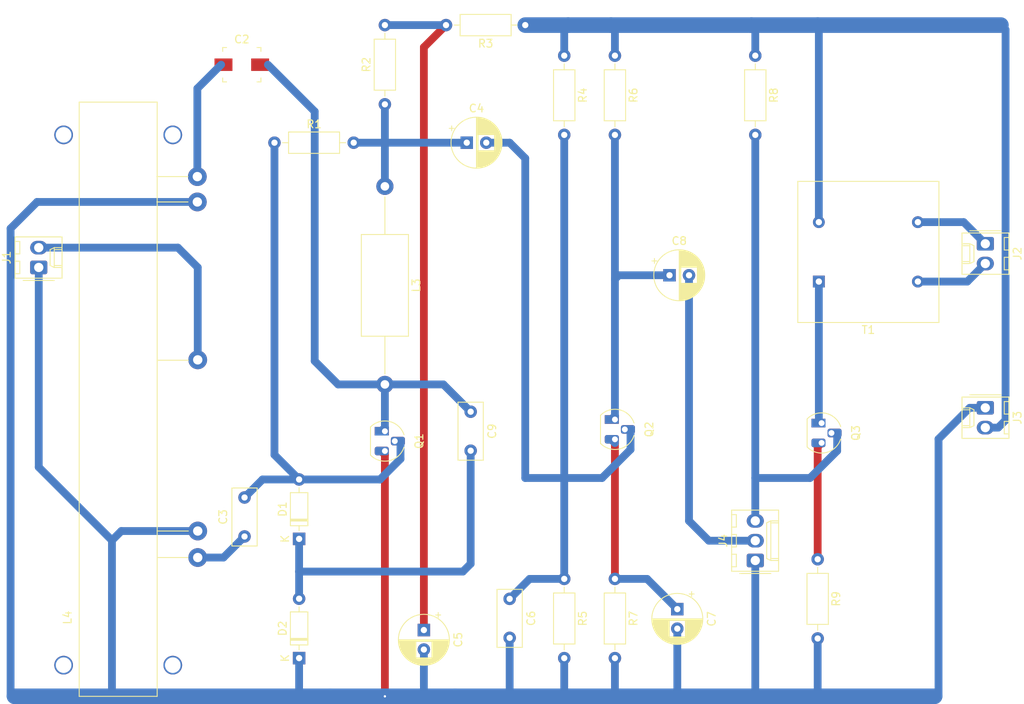
<source format=kicad_pcb>
(kicad_pcb (version 20241229) (generator "pcbnew") (generator_version "9.0")
  (layers (0 "F.Cu" signal) (2 "B.Cu" signal) (13 "F.Paste" user) (15 "B.Paste" user) (5 "F.SilkS" user "F.Silkscreen") (7 "B.SilkS" user "B.Silkscreen") (1 "F.Mask" user) (3 "B.Mask" user) (25 "Edge.Cuts" user))
  (net 0 "")
  (net 1 "Net-(Q1-C)")
  (net 2 "Net-(C2-Pad1)")
  (net 3 "Net-(D1-A)")
  (net 4 "Net-(C3-Pad1)")
  (net 5 "Net-(C4-Pad1)")
  (net 6 "Net-(Q2-B)")
  (net 7 "Net-(C5-Pad1)")
  (net 8 "Net-(Q2-E)")
  (net 9 "Net-(Q2-C)")
  (net 10 "Net-(D1-K)")
  (net 11 "Net-(J1-Pin_2)")
  (net 12 "Net-(J2-Pin_2)")
  (net 13 "Net-(J2-Pin_1)")
  (net 14 "Net-(J3-Pin_2)")
  (net 15 "Net-(Q3-C)")
  (net 16 "Net-(Q3-E)")
  (net 17 "Net-(J4-Pin_2)")
  (net 18 "Net-(J4-Pin_3)")
  (net 19 "GND")
  (footprint "Resistor_THT:R_Axial_DIN0207_L6.3mm_D2.5mm_P10.16mm_Horizontal" (layer "F.Cu") (at 55.84 53)
    (property "Reference" "R1" (at 5.08 -2.37 0) (layer "F.SilkS"))
    (property "Value" "2M2")
    (pad "1" thru_hole circle (at 0 0) (size 1.6 1.6) (drill 0.8) (layers "*.Cu" "*.Mask") (net 3 "Net-(D1-A)"))
    (pad "2" thru_hole oval (at 10.16 0) (size 1.6 1.6) (drill 0.8) (layers "*.Cu" "*.Mask") (net 5 "Net-(C4-Pad1)"))
  )
  (footprint "Resistor_THT:R_Axial_DIN0207_L6.3mm_D2.5mm_P10.16mm_Horizontal" (layer "F.Cu") (at 117.5 41.84 -90)
    (property "Reference" "R8" (at 5.08 -2.37 90) (layer "F.SilkS"))
    (property "Value" "47K")
    (pad "1" thru_hole circle (at 0 0 270) (size 1.6 1.6) (drill 0.8) (layers "*.Cu" "*.Mask") (net 14 "Net-(J3-Pin_2)"))
    (pad "2" thru_hole oval (at 10.16 0 270) (size 1.6 1.6) (drill 0.8) (layers "*.Cu" "*.Mask") (net 18 "Net-(J4-Pin_3)"))
  )
  (footprint "Capacitor_THT:CP_Radial_D6.3mm_P2.50mm" (layer "F.Cu") (at 80.5 53)
    (property "Reference" "C4" (at 1.25 -4.4 0) (layer "F.SilkS"))
    (property "Value" "10uF")
    (pad "1" thru_hole rect (at 0 0) (size 1.6 1.6) (drill 0.8) (layers "*.Cu" "*.Mask") (net 5 "Net-(C4-Pad1)"))
    (pad "2" thru_hole circle (at 2.5 0) (size 1.6 1.6) (drill 0.8) (layers "*.Cu" "*.Mask") (net 6 "Net-(Q2-B)"))
  )
  (footprint "Connector_Molex:Molex_KK-254_AE-6410-02A_1x02_P2.54mm_Vertical" (layer "F.Cu") (at 25.61 69 90)
    (property "Reference" "J1" (at 1.27 -4.12 90) (layer "F.SilkS"))
    (property "Value" "Conn_01x02_Pin")
    (pad "1" thru_hole roundrect (at 0 0 90) (size 1.74 2.19) (drill 1.19) (layers "*.Cu" "*.Mask") (roundrect_rratio 0.143678) (net 19 "GND"))
    (pad "2" thru_hole oval (at 2.54 0 90) (size 1.74 2.19) (drill 1.19) (layers "*.Cu" "*.Mask") (net 11 "Net-(J1-Pin_2)"))
  )
  (footprint "Package_TO_SOT_THT:TO-92_HandSolder" (layer "F.Cu") (at 70 90 -90)
    (property "Reference" "Q1" (at 1.27 -4.4 270) (layer "F.SilkS"))
    (property "Value" "BC547")
    (pad "1" thru_hole rect (at 0 0 270) (size 1.1 1.8) (drill 0.75 (offset 0 0.4)) (layers "*.Cu" "*.Mask") (net 1 "Net-(Q1-C)"))
    (pad "2" thru_hole roundrect (at 1.27 -1.27 270) (size 1.1 1.8) (drill 0.75 (offset 0 -0.4)) (layers "*.Cu" "*.Mask") (net 3 "Net-(D1-A)"))
    (pad "3" thru_hole roundrect (at 2.54 0 270) (size 1.1 1.8) (drill 0.75 (offset 0 0.4)) (layers "*.Cu" "*.Mask") (net 19 "GND"))
  )
  (footprint "Capacitor_THT:C_Rect_L7.2mm_W3.0mm_P5.00mm_FKS2_FKP2_MKS2_MKP2" (layer "F.Cu") (at 81 87.5 -90)
    (property "Reference" "C9" (at 2.5 -2.75 90) (layer "F.SilkS"))
    (property "Value" "500pF")
    (pad "1" thru_hole circle (at 0 0 270) (size 1.6 1.6) (drill 0.8) (layers "*.Cu" "*.Mask") (net 1 "Net-(Q1-C)"))
    (pad "2" thru_hole circle (at 5 0 270) (size 1.6 1.6) (drill 0.8) (layers "*.Cu" "*.Mask") (net 10 "Net-(D1-K)"))
  )
  (footprint "Package_TO_SOT_THT:TO-92_HandSolder" (layer "F.Cu") (at 126 88.96 -90)
    (property "Reference" "Q3" (at 1.27 -4.4 90) (layer "F.SilkS"))
    (property "Value" "BC337")
    (pad "1" thru_hole rect (at 0 0 270) (size 1.1 1.8) (drill 0.75 (offset 0 0.4)) (layers "*.Cu" "*.Mask") (net 15 "Net-(Q3-C)"))
    (pad "2" thru_hole roundrect (at 1.27 -1.27 270) (size 1.1 1.8) (drill 0.75 (offset 0 -0.4)) (layers "*.Cu" "*.Mask") (net 18 "Net-(J4-Pin_3)"))
    (pad "3" thru_hole roundrect (at 2.54 0 270) (size 1.1 1.8) (drill 0.75 (offset 0 0.4)) (layers "*.Cu" "*.Mask") (net 16 "Net-(Q3-E)"))
  )
  (footprint "Capacitor_THT:CP_Radial_D6.3mm_P2.50mm" (layer "F.Cu") (at 75 115.5 -90)
    (property "Reference" "C5" (at 1.25 -4.4 90) (layer "F.SilkS"))
    (property "Value" "100uF")
    (pad "1" thru_hole rect (at 0 0 270) (size 1.6 1.6) (drill 0.8) (layers "*.Cu" "*.Mask") (net 7 "Net-(C5-Pad1)"))
    (pad "2" thru_hole circle (at 2.5 0 270) (size 1.6 1.6) (drill 0.8) (layers "*.Cu" "*.Mask") (net 19 "GND"))
  )
  (footprint "Resistor_THT:R_Axial_DIN0207_L6.3mm_D2.5mm_P10.16mm_Horizontal" (layer "F.Cu") (at 99.5 41.84 -90)
    (property "Reference" "R6" (at 5.08 -2.37 90) (layer "F.SilkS"))
    (property "Value" "3K3")
    (pad "1" thru_hole circle (at 0 0 270) (size 1.6 1.6) (drill 0.8) (layers "*.Cu" "*.Mask") (net 14 "Net-(J3-Pin_2)"))
    (pad "2" thru_hole oval (at 10.16 0 270) (size 1.6 1.6) (drill 0.8) (layers "*.Cu" "*.Mask") (net 9 "Net-(Q2-C)"))
  )
  (footprint "Resistor_THT:R_Axial_DIN0207_L6.3mm_D2.5mm_P10.16mm_Horizontal" (layer "F.Cu") (at 99.5 108.94 -90)
    (property "Reference" "R7" (at 5.08 -2.37 90) (layer "F.SilkS"))
    (property "Value" "1K")
    (pad "1" thru_hole circle (at 0 0 270) (size 1.6 1.6) (drill 0.8) (layers "*.Cu" "*.Mask") (net 8 "Net-(Q2-E)"))
    (pad "2" thru_hole oval (at 10.16 0 270) (size 1.6 1.6) (drill 0.8) (layers "*.Cu" "*.Mask") (net 19 "GND"))
  )
  (footprint "Resistor_THT:R_Axial_DIN0207_L6.3mm_D2.5mm_P10.16mm_Horizontal" (layer "F.Cu") (at 70 48.08 90)
    (property "Reference" "R2" (at 5.08 -2.37 90) (layer "F.SilkS"))
    (property "Value" "6K8")
    (pad "1" thru_hole circle (at 0 0 90) (size 1.6 1.6) (drill 0.8) (layers "*.Cu" "*.Mask") (net 5 "Net-(C4-Pad1)"))
    (pad "2" thru_hole oval (at 10.16 0 90) (size 1.6 1.6) (drill 0.8) (layers "*.Cu" "*.Mask") (net 7 "Net-(C5-Pad1)"))
  )
  (footprint "Connector_Molex:Molex_KK-254_AE-6410-02A_1x02_P2.54mm_Vertical" (layer "F.Cu") (at 147 65.96 -90)
    (property "Reference" "J2" (at 1.27 -4.12 90) (layer "F.SilkS"))
    (property "Value" "Conn_01x02_Pin")
    (pad "1" thru_hole roundrect (at 0 0 270) (size 1.74 2.19) (drill 1.19) (layers "*.Cu" "*.Mask") (roundrect_rratio 0.143678) (net 13 "Net-(J2-Pin_1)"))
    (pad "2" thru_hole oval (at 2.54 0 270) (size 1.74 2.19) (drill 1.19) (layers "*.Cu" "*.Mask") (net 12 "Net-(J2-Pin_2)"))
  )
  (footprint "Resistor_THT:R_Axial_DIN0207_L6.3mm_D2.5mm_P10.16mm_Horizontal" (layer "F.Cu") (at 125.5 106.42 -90)
    (property "Reference" "R9" (at 5.08 -2.37 90) (layer "F.SilkS"))
    (property "Value" "12R")
    (pad "1" thru_hole circle (at 0 0 270) (size 1.6 1.6) (drill 0.8) (layers "*.Cu" "*.Mask") (net 16 "Net-(Q3-E)"))
    (pad "2" thru_hole oval (at 10.16 0 270) (size 1.6 1.6) (drill 0.8) (layers "*.Cu" "*.Mask") (net 19 "GND"))
  )
  (footprint "ACRM:FerriteRod_L76.2mm_D10.0mm Tapped_25mm Untapped 10mm" (layer "F.Cu") (at 35.8 124 90)
    (property "Reference" "L4" (at 10.1 -6.5 90) (layer "F.SilkS"))
    (property "Value" "L_Ferrite_Dual_tapped_untapped")
    (pad "" np_thru_hole circle (at 4 -7 90) (size 2.4 2.4) (drill 2) (layers "*.Cu"))
    (pad "" np_thru_hole circle (at 4 7 90) (size 2.4 2.4) (drill 2) (layers "*.Cu"))
    (pad "" np_thru_hole circle (at 72 -7 90) (size 2.4 2.4) (drill 2) (layers "*.Cu"))
    (pad "" np_thru_hole circle (at 72 7 90) (size 2.4 2.4) (drill 2) (layers "*.Cu"))
    (pad "1" thru_hole circle (at 17.8 10.2 90) (size 2.4 2.4) (drill 1.2) (layers "*.Cu" "*.Mask") (net 4 "Net-(C3-Pad1)"))
    (pad "2" thru_hole oval (at 21.2 10.2 90) (size 2.4 2.4) (drill 1.2) (layers "*.Cu" "*.Mask") (net 19 "GND"))
    (pad "3" thru_hole oval (at 43.15 10.2 90) (size 2.4 2.4) (drill 1.2) (layers "*.Cu" "*.Mask") (net 11 "Net-(J1-Pin_2)"))
    (pad "4" thru_hole oval (at 63.4 10.15 90) (size 2.4 2.4) (drill 1.2) (layers "*.Cu" "*.Mask") (net 19 "GND"))
    (pad "5" thru_hole oval (at 66.65 10.15 90) (size 2.4 2.4) (drill 1.2) (layers "*.Cu" "*.Mask") (net 2 "Net-(C2-Pad1)"))
  )
  (footprint "ACRM:Transformer_LT722" (layer "F.Cu") (at 125.65 70.81 180)
    (property "Reference" "T1" (at -6.35 -6.2 0) (layer "F.SilkS"))
    (property "Value" "LT700")
    (pad "1" thru_hole rect (at 0 0 180) (size 1.52 1.52) (drill 0.81) (layers "*.Cu" "*.Mask") (net 15 "Net-(Q3-C)"))
    (pad "2" thru_hole circle (at 0 7.62 180) (size 1.52 1.52) (drill 0.81) (layers "*.Cu" "*.Mask") (net 14 "Net-(J3-Pin_2)"))
    (pad "3" thru_hole circle (at -12.7 7.62 180) (size 1.52 1.52) (drill 0.81) (layers "*.Cu" "*.Mask") (net 13 "Net-(J2-Pin_1)"))
    (pad "4" thru_hole circle (at -12.7 0 180) (size 1.52 1.52) (drill 0.81) (layers "*.Cu" "*.Mask") (net 12 "Net-(J2-Pin_2)"))
  )
  (footprint "Inductor_THT:L_Axial_L12.8mm_D5.8mm_P25.40mm_Horizontal_Fastron_HBCC" (layer "F.Cu") (at 70 58.6 -90)
    (property "Reference" "L3" (at 12.7 -4.02 90) (layer "F.SilkS"))
    (property "Value" "2.2mH")
    (pad "1" thru_hole circle (at 0 0 270) (size 2.2 2.2) (drill 1.1) (layers "*.Cu" "*.Mask") (net 5 "Net-(C4-Pad1)"))
    (pad "2" thru_hole oval (at 25.4 0 270) (size 2.2 2.2) (drill 1.1) (layers "*.Cu" "*.Mask") (net 1 "Net-(Q1-C)"))
  )
  (footprint "Connector_Molex:Molex_KK-254_AE-6410-02A_1x02_P2.54mm_Vertical" (layer "F.Cu") (at 147 87 -90)
    (property "Reference" "J3" (at 1.27 -4.12 90) (layer "F.SilkS"))
    (property "Value" "Conn_01x02_Pin")
    (pad "1" thru_hole roundrect (at 0 0 270) (size 1.74 2.19) (drill 1.19) (layers "*.Cu" "*.Mask") (roundrect_rratio 0.143678) (net 19 "GND"))
    (pad "2" thru_hole oval (at 2.54 0 270) (size 1.74 2.19) (drill 1.19) (layers "*.Cu" "*.Mask") (net 14 "Net-(J3-Pin_2)"))
  )
  (footprint "Diode_THT:D_DO-35_SOD27_P7.62mm_Horizontal" (layer "F.Cu") (at 59 119.1 90)
    (property "Reference" "D2" (at 3.81 -2.12 90) (layer "F.SilkS"))
    (property "Value" "1N4148")
    (fp_text user "K" (at 0 -1.8 90) (layer "F.SilkS"))
    (pad "1" thru_hole rect (at 0 0 90) (size 1.6 1.6) (drill 0.8) (layers "*.Cu" "*.Mask") (net 19 "GND"))
    (pad "2" thru_hole oval (at 7.62 0 90) (size 1.6 1.6) (drill 0.8) (layers "*.Cu" "*.Mask") (net 10 "Net-(D1-K)"))
  )
  (footprint "Capacitor_THT:C_Rect_L7.2mm_W3.0mm_P5.00mm_FKS2_FKP2_MKS2_MKP2" (layer "F.Cu") (at 86 111.5 -90)
    (property "Reference" "C6" (at 2.5 -2.75 90) (layer "F.SilkS"))
    (property "Value" "10nF")
    (pad "1" thru_hole circle (at 0 0 270) (size 1.6 1.6) (drill 0.8) (layers "*.Cu" "*.Mask") (net 6 "Net-(Q2-B)"))
    (pad "2" thru_hole circle (at 5 0 270) (size 1.6 1.6) (drill 0.8) (layers "*.Cu" "*.Mask") (net 19 "GND"))
  )
  (footprint "Resistor_THT:R_Axial_DIN0207_L6.3mm_D2.5mm_P10.16mm_Horizontal" (layer "F.Cu") (at 93 41.84 -90)
    (property "Reference" "R4" (at 5.08 -2.37 90) (layer "F.SilkS"))
    (property "Value" "47K")
    (pad "1" thru_hole circle (at 0 0 270) (size 1.6 1.6) (drill 0.8) (layers "*.Cu" "*.Mask") (net 14 "Net-(J3-Pin_2)"))
    (pad "2" thru_hole oval (at 10.16 0 270) (size 1.6 1.6) (drill 0.8) (layers "*.Cu" "*.Mask") (net 6 "Net-(Q2-B)"))
  )
  (footprint "Resistor_THT:R_Axial_DIN0207_L6.3mm_D2.5mm_P10.16mm_Horizontal" (layer "F.Cu") (at 88 37.92 180)
    (property "Reference" "R3" (at 5.08 -2.37 0) (layer "F.SilkS"))
    (property "Value" "22K")
    (pad "1" thru_hole circle (at 0 0 180) (size 1.6 1.6) (drill 0.8) (layers "*.Cu" "*.Mask") (net 14 "Net-(J3-Pin_2)"))
    (pad "2" thru_hole oval (at 10.16 0 180) (size 1.6 1.6) (drill 0.8) (layers "*.Cu" "*.Mask") (net 7 "Net-(C5-Pad1)"))
  )
  (footprint "Resistor_THT:R_Axial_DIN0207_L6.3mm_D2.5mm_P10.16mm_Horizontal" (layer "F.Cu") (at 93 108.94 -90)
    (property "Reference" "R5" (at 5.08 -2.37 90) (layer "F.SilkS"))
    (property "Value" "12K")
    (pad "1" thru_hole circle (at 0 0 270) (size 1.6 1.6) (drill 0.8) (layers "*.Cu" "*.Mask") (net 6 "Net-(Q2-B)"))
    (pad "2" thru_hole oval (at 10.16 0 270) (size 1.6 1.6) (drill 0.8) (layers "*.Cu" "*.Mask") (net 19 "GND"))
  )
  (footprint "Diode_THT:D_DO-35_SOD27_P7.62mm_Horizontal" (layer "F.Cu") (at 59 103.81 90)
    (property "Reference" "D1" (at 3.81 -2.12 90) (layer "F.SilkS"))
    (property "Value" "1N4148")
    (fp_text user "K" (at 0 -1.8 90) (layer "F.SilkS"))
    (pad "1" thru_hole rect (at 0 0 90) (size 1.6 1.6) (drill 0.8) (layers "*.Cu" "*.Mask") (net 10 "Net-(D1-K)"))
    (pad "2" thru_hole oval (at 7.62 0 90) (size 1.6 1.6) (drill 0.8) (layers "*.Cu" "*.Mask") (net 3 "Net-(D1-A)"))
  )
  (footprint "Package_TO_SOT_THT:TO-92_HandSolder" (layer "F.Cu") (at 99.5 88.5 -90)
    (property "Reference" "Q2" (at 1.27 -4.4 270) (layer "F.SilkS"))
    (property "Value" "BC337")
    (pad "1" thru_hole rect (at 0 0 270) (size 1.1 1.8) (drill 0.75 (offset 0 0.4)) (layers "*.Cu" "*.Mask") (net 9 "Net-(Q2-C)"))
    (pad "2" thru_hole roundrect (at 1.27 -1.27 270) (size 1.1 1.8) (drill 0.75 (offset 0 -0.4)) (layers "*.Cu" "*.Mask") (net 6 "Net-(Q2-B)"))
    (pad "3" thru_hole roundrect (at 2.54 0 270) (size 1.1 1.8) (drill 0.75 (offset 0 0.4)) (layers "*.Cu" "*.Mask") (net 8 "Net-(Q2-E)"))
  )
  (footprint "Capacitor_THT:C_Rect_L7.2mm_W3.0mm_P5.00mm_FKS2_FKP2_MKS2_MKP2" (layer "F.Cu") (at 52 103.5 90)
    (property "Reference" "C3" (at 2.5 -2.75 90) (layer "F.SilkS"))
    (property "Value" "10nF")
    (pad "1" thru_hole circle (at 0 0 90) (size 1.6 1.6) (drill 0.8) (layers "*.Cu" "*.Mask") (net 4 "Net-(C3-Pad1)"))
    (pad "2" thru_hole circle (at 5 0 90) (size 1.6 1.6) (drill 0.8) (layers "*.Cu" "*.Mask") (net 3 "Net-(D1-A)"))
  )
  (footprint "Connector_Molex:Molex_KK-254_AE-6410-03A_1x03_P2.54mm_Vertical" (layer "F.Cu") (at 117.5 106.58 90)
    (property "Reference" "J4" (at 2.54 -4.12 90) (layer "F.SilkS"))
    (property "Value" "Conn_01x03_Pin")
    (pad "1" thru_hole roundrect (at 0 0 90) (size 1.74 2.19) (drill 1.19) (layers "*.Cu" "*.Mask") (roundrect_rratio 0.143678) (net 19 "GND"))
    (pad "2" thru_hole oval (at 2.54 0 90) (size 1.74 2.19) (drill 1.19) (layers "*.Cu" "*.Mask") (net 17 "Net-(J4-Pin_2)"))
    (pad "3" thru_hole oval (at 5.08 0 90) (size 1.74 2.19) (drill 1.19) (layers "*.Cu" "*.Mask") (net 18 "Net-(J4-Pin_3)"))
  )
  (footprint "Capacitor_THT:CP_Radial_D6.3mm_P2.50mm" (layer "F.Cu") (at 107.5 112.817621 -90)
    (property "Reference" "C7" (at 1.25 -4.4 90) (layer "F.SilkS"))
    (property "Value" "22uF")
    (pad "1" thru_hole rect (at 0 0 270) (size 1.6 1.6) (drill 0.8) (layers "*.Cu" "*.Mask") (net 8 "Net-(Q2-E)"))
    (pad "2" thru_hole circle (at 2.5 0 270) (size 1.6 1.6) (drill 0.8) (layers "*.Cu" "*.Mask") (net 19 "GND"))
  )
  (footprint "Capacitor_THT:CP_Radial_D6.3mm_P2.50mm" (layer "F.Cu") (at 106.5 70)
    (property "Reference" "C8" (at 1.25 -4.4 0) (layer "F.SilkS"))
    (property "Value" "10uF")
    (pad "1" thru_hole rect (at 0 0) (size 1.6 1.6) (drill 0.8) (layers "*.Cu" "*.Mask") (net 9 "Net-(Q2-C)"))
    (pad "2" thru_hole circle (at 2.5 0) (size 1.6 1.6) (drill 0.8) (layers "*.Cu" "*.Mask") (net 17 "Net-(J4-Pin_2)"))
  )
  (footprint "Capacitor_SMD:C_Trimmer_Murata_TZB4-A" (layer "F.Cu") (at 51.65 43)
    (property "Reference" "C2" (at 0 -3.25 0) (layer "F.SilkS"))
    (property "Value" "10pF")
    (pad "1" smd rect (at -2.35 0) (size 2.3 1.6) (layers "F.Cu" "F.Mask" "F.Paste") (net 2 "Net-(C2-Pad1)"))
    (pad "2" smd rect (at 2.35 0) (size 2.3 1.6) (layers "F.Cu" "F.Mask" "F.Paste") (net 1 "Net-(Q1-C)"))
  )
  (segment (start 70 89.520736) (end 69.760368 89.760368) (width 1) (layer "B.Cu") (net 1))
  (segment (start 61 81) (end 61 49) (width 1) (layer "B.Cu") (net 1))
  (segment (start 77.5 84) (end 81 87.5) (width 1) (layer "B.Cu") (net 1))
  (segment (start 64 84) (end 61 81) (width 1) (layer "B.Cu") (net 1))
  (segment (start 70 84) (end 77.5 84) (width 1) (layer "B.Cu") (net 1))
  (segment (start 70 84) (end 64 84) (width 1) (layer "B.Cu") (net 1))
  (segment (start 61 49) (end 55 43) (width 1) (layer "B.Cu") (net 1))
  (segment (start 70 84) (end 70 89.520736) (width 1) (layer "B.Cu") (net 1))
  (segment (start 45.95 46.05) (end 49 43) (width 1) (layer "B.Cu") (net 2))
  (segment (start 45.95 57.35) (end 45.95 46.05) (width 1) (layer "B.Cu") (net 2))
  (segment (start 59 96.19) (end 69.369264 96.19) (width 1) (layer "B.Cu") (net 3))
  (segment (start 55.84 53) (end 55.84 93.03) (width 1) (layer "B.Cu") (net 3))
  (segment (start 54.31 96.19) (end 52 98.5) (width 1) (layer "B.Cu") (net 3))
  (segment (start 59 96.19) (end 54.31 96.19) (width 1) (layer "B.Cu") (net 3))
  (segment (start 72.001 93.558264) (end 72.001 91.27) (width 1) (layer "B.Cu") (net 3))
  (segment (start 55.84 93.03) (end 59 96.19) (width 1) (layer "B.Cu") (net 3))
  (segment (start 69.369264 96.19) (end 72.001 93.558264) (width 1) (layer "B.Cu") (net 3))
  (segment (start 49.3 106.2) (end 52 103.5) (width 1) (layer "B.Cu") (net 4))
  (segment (start 46 106.2) (end 49.3 106.2) (width 1) (layer "B.Cu") (net 4))
  (segment (start 70 48.08) (end 70 53) (width 1) (layer "B.Cu") (net 5))
  (segment (start 66 53) (end 70 53) (width 1) (layer "B.Cu") (net 5))
  (segment (start 80.5 53) (end 70 53) (width 1) (layer "B.Cu") (net 5))
  (segment (start 70 53) (end 70 58.6) (width 1) (layer "B.Cu") (net 5))
  (segment (start 93 52) (end 93 96) (width 1) (layer "B.Cu") (net 6))
  (segment (start 93 108.94) (end 88.56 108.94) (width 1) (layer "B.Cu") (net 6))
  (segment (start 101.501 92.348106) (end 101.501 90.021736) (width 1) (layer "B.Cu") (net 6))
  (segment (start 97.849106 96) (end 101.501 92.348106) (width 1) (layer "B.Cu") (net 6))
  (segment (start 93 96) (end 97.849106 96) (width 1) (layer "B.Cu") (net 6))
  (segment (start 86 53) (end 88 55) (width 1) (layer "B.Cu") (net 6))
  (segment (start 88.56 108.94) (end 86 111.5) (width 1) (layer "B.Cu") (net 6))
  (segment (start 93 96) (end 93 108.94) (width 1) (layer "B.Cu") (net 6))
  (segment (start 88 55) (end 88 96) (width 1) (layer "B.Cu") (net 6))
  (segment (start 88 96) (end 93 96) (width 1) (layer "B.Cu") (net 6))
  (segment (start 83 53) (end 86 53) (width 1) (layer "B.Cu") (net 6))
  (segment (start 75 115.5) (end 75 40.76) (width 1) (layer "F.Cu") (net 7))
  (segment (start 75 40.76) (end 77.84 37.92) (width 1) (layer "F.Cu") (net 7))
  (segment (start 70 37.92) (end 77.84 37.92) (width 1) (layer "B.Cu") (net 7))
  (segment (start 99.5 108.94) (end 99.5 91.519264) (width 1) (layer "F.Cu") (net 8))
  (segment (start 99.5 108.94) (end 103.622379 108.94) (width 1) (layer "B.Cu") (net 8))
  (segment (start 99.5 91.519264) (end 99.260368 91.279632) (width 1) (layer "B.Cu") (net 8))
  (segment (start 103.622379 108.94) (end 107.5 112.817621) (width 1) (layer "B.Cu") (net 8))
  (segment (start 99.5 88.020736) (end 99.260368 88.260368) (width 1) (layer "B.Cu") (net 9))
  (segment (start 99.5 52) (end 99.5 70.5) (width 1) (layer "B.Cu") (net 9))
  (segment (start 99.5 70.5) (end 99.5 88.020736) (width 1) (layer "B.Cu") (net 9))
  (segment (start 100 70) (end 99.5 70.5) (width 1) (layer "B.Cu") (net 9))
  (segment (start 106.5 70) (end 100 70) (width 1) (layer "B.Cu") (net 9))
  (segment (start 81 107) (end 80 108) (width 1) (layer "B.Cu") (net 10))
  (segment (start 59 103.81) (end 59 108) (width 1) (layer "B.Cu") (net 10))
  (segment (start 81 92.5) (end 81 107) (width 1) (layer "B.Cu") (net 10))
  (segment (start 80 108) (end 59 108) (width 1) (layer "B.Cu") (net 10))
  (segment (start 59 108) (end 59 111.48) (width 1) (layer "B.Cu") (net 10))
  (segment (start 46 69) (end 46 80.85) (width 1) (layer "B.Cu") (net 11))
  (segment (start 43.46 66.46) (end 46 69) (width 1) (layer "B.Cu") (net 11))
  (segment (start 25.61 66.46) (end 43.46 66.46) (width 1) (layer "B.Cu") (net 11))
  (segment (start 144.69 70.81) (end 147 68.5) (width 1) (layer "B.Cu") (net 12))
  (segment (start 138.35 70.81) (end 144.69 70.81) (width 1) (layer "B.Cu") (net 12))
  (segment (start 144.23 63.19) (end 147 65.96) (width 1) (layer "B.Cu") (net 13))
  (segment (start 138.35 63.19) (end 144.23 63.19) (width 1) (layer "B.Cu") (net 13))
  (segment (start 93 41.84) (end 93 38.42) (width 1) (layer "B.Cu") (net 14))
  (segment (start 99.5 38.42) (end 99 37.92) (width 1) (layer "B.Cu") (net 14))
  (segment (start 117.5 38.42) (end 117 37.92) (width 1) (layer "B.Cu") (net 14))
  (segment (start 117 37.92) (end 125.5 37.92) (width 2) (layer "B.Cu") (net 14))
  (segment (start 148.645 89.54) (end 149.596 88.589) (width 1) (layer "B.Cu") (net 14))
  (segment (start 149.596 88.589) (end 149.596 38.516) (width 1) (layer "B.Cu") (net 14))
  (segment (start 125.65 38.07) (end 125.5 37.92) (width 1) (layer "B.Cu") (net 14))
  (segment (start 117.5 41.84) (end 117.5 38.42) (width 1) (layer "B.Cu") (net 14))
  (segment (start 125.5 37.92) (end 149 37.92) (width 2) (layer "B.Cu") (net 14))
  (segment (start 88 37.92) (end 93.5 37.92) (width 2) (layer "B.Cu") (net 14))
  (segment (start 147 89.54) (end 148.645 89.54) (width 1) (layer "B.Cu") (net 14))
  (segment (start 93 38.42) (end 93.5 37.92) (width 1) (layer "B.Cu") (net 14))
  (segment (start 125.65 63.19) (end 125.65 38.07) (width 1) (layer "B.Cu") (net 14))
  (segment (start 99.5 41.84) (end 99.5 38.42) (width 1) (layer "B.Cu") (net 14))
  (segment (start 99 37.92) (end 117 37.92) (width 2) (layer "B.Cu") (net 14))
  (segment (start 93.5 37.92) (end 99 37.92) (width 2) (layer "B.Cu") (net 14))
  (segment (start 149.596 38.516) (end 149 37.92) (width 1) (layer "B.Cu") (net 14))
  (segment (start 125.65 70.81) (end 125.65 88.61) (width 1) (layer "B.Cu") (net 15))
  (segment (start 125.65 88.61) (end 125.760368 88.720368) (width 1) (layer "B.Cu") (net 15))
  (segment (start 125.5 106.42) (end 125.5 92) (width 1) (layer "F.Cu") (net 16))
  (segment (start 125.5 92) (end 125.760368 91.739632) (width 1) (layer "F.Cu") (net 16))
  (segment (start 109 70) (end 109 101.5) (width 1) (layer "B.Cu") (net 17))
  (segment (start 111.54 104.04) (end 117.5 104.04) (width 1) (layer "B.Cu") (net 17))
  (segment (start 109 101.5) (end 111.54 104.04) (width 1) (layer "B.Cu") (net 17))
  (segment (start 128.001 92.518264) (end 128.001 90.481736) (width 1) (layer "B.Cu") (net 18))
  (segment (start 117.5 96) (end 117.5 101.5) (width 1) (layer "B.Cu") (net 18))
  (segment (start 117.5 96) (end 124.519264 96) (width 1) (layer "B.Cu") (net 18))
  (segment (start 117.5 52) (end 117.5 96) (width 1) (layer "B.Cu") (net 18))
  (segment (start 124.519264 96) (end 128.001 92.518264) (width 1) (layer "B.Cu") (net 18))
  (segment (start 70 93.019264) (end 69.760368 92.779632) (width 1) (layer "F.Cu") (net 19))
  (segment (start 70 124) (end 70 93.019264) (width 1) (layer "F.Cu") (net 19))
  (via (at 70 124) (size 0.6) (drill 0.3) (layers "F.Cu" "B.Cu") (net 19))
  (segment (start 63 124) (end 70 124) (width 2) (layer "B.Cu") (net 19))
  (segment (start 46 102.8) (end 36.2 102.8) (width 1) (layer "B.Cu") (net 19))
  (segment (start 141 91) (end 141 124) (width 1) (layer "B.Cu") (net 19))
  (segment (start 117.5 123.5) (end 118 124) (width 1) (layer "B.Cu") (net 19))
  (segment (start 35 124) (end 59 124) (width 2) (layer "B.Cu") (net 19))
  (segment (start 25.4 60.6) (end 22 64) (width 1) (layer "B.Cu") (net 19))
  (segment (start 107.5 115.317621) (end 107.5 123.5) (width 1) (layer "B.Cu") (net 19))
  (segment (start 93 123.5) (end 93.5 124) (width 1) (layer "B.Cu") (net 19))
  (segment (start 35 104) (end 35 124) (width 1) (layer "B.Cu") (net 19))
  (segment (start 36.2 102.8) (end 35 104) (width 1) (layer "B.Cu") (net 19))
  (segment (start 93 119.1) (end 93 123.5) (width 1) (layer "B.Cu") (net 19))
  (segment (start 125.5 116.58) (end 125.5 124) (width 1) (layer "B.Cu") (net 19))
  (segment (start 75 124) (end 79 124) (width 2) (layer "B.Cu") (net 19))
  (segment (start 59 119.1) (end 59 124) (width 1) (layer "B.Cu") (net 19))
  (segment (start 145 87) (end 141 91) (width 1) (layer "B.Cu") (net 19))
  (segment (start 100 124) (end 107 124) (width 2) (layer "B.Cu") (net 19))
  (segment (start 117.5 106.58) (end 117.5 123.5) (width 1) (layer "B.Cu") (net 19))
  (segment (start 107.5 123.5) (end 107 124) (width 1) (layer "B.Cu") (net 19))
  (segment (start 59 124) (end 63 124) (width 2) (layer "B.Cu") (net 19))
  (segment (start 70 124) (end 75 124) (width 2) (layer "B.Cu") (net 19))
  (segment (start 125.5 124) (end 140.5 124) (width 2) (layer "B.Cu") (net 19))
  (segment (start 22.5 124) (end 35 124) (width 2) (layer "B.Cu") (net 19))
  (segment (start 45.95 60.6) (end 25.4 60.6) (width 1) (layer "B.Cu") (net 19))
  (segment (start 147 87) (end 145 87) (width 1) (layer "B.Cu") (net 19))
  (segment (start 25.61 69) (end 25.61 94.61) (width 1) (layer "B.Cu") (net 19))
  (segment (start 75 118) (end 75 124) (width 1) (layer "B.Cu") (net 19))
  (segment (start 79 124) (end 86 124) (width 2) (layer "B.Cu") (net 19))
  (segment (start 93.5 124) (end 100 124) (width 2) (layer "B.Cu") (net 19))
  (segment (start 107 124) (end 118 124) (width 2) (layer "B.Cu") (net 19))
  (segment (start 22 64) (end 22 124) (width 1) (layer "B.Cu") (net 19))
  (segment (start 99.5 119.1) (end 99.5 123.5) (width 1) (layer "B.Cu") (net 19))
  (segment (start 99.5 123.5) (end 100 124) (width 1) (layer "B.Cu") (net 19))
  (segment (start 118 124) (end 125.5 124) (width 2) (layer "B.Cu") (net 19))
  (segment (start 86 124) (end 93.5 124) (width 2) (layer "B.Cu") (net 19))
  (segment (start 25.61 94.61) (end 35 104) (width 1) (layer "B.Cu") (net 19))
  (segment (start 86 116.5) (end 86 124) (width 1) (layer "B.Cu") (net 19))
)
</source>
